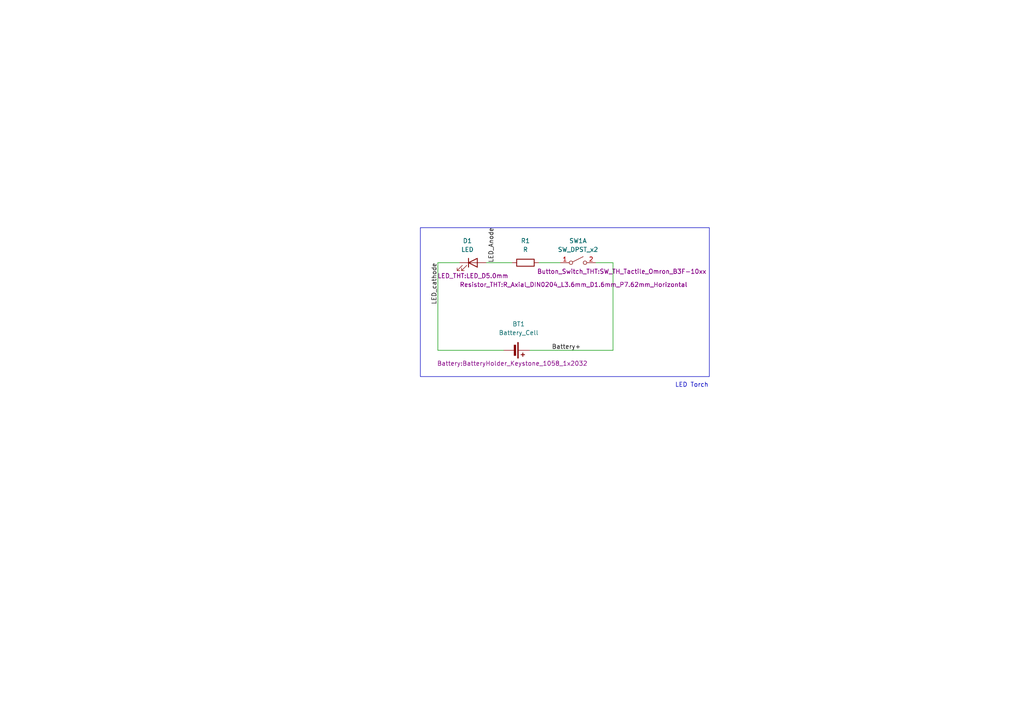
<source format=kicad_sch>
(kicad_sch (version 20250114) (generator "eeschema") (generator_version "9.0")
  (paper "A4")
  (title_block (title "Led Torch") (date "2025-04-22") (rev "1") (company "kjvivek.blog"))
  (lib_symbols
    (symbol "Device:Battery_Cell" (pin_numbers (hide yes)) (pin_names (offset 0) (hide yes))
      (property "Reference" "BT" (at 2.54 2.54 0))
      (property "Value" "Battery_Cell" (at 2.54 0 0))
      (symbol "Battery_Cell_0_1"
        (rectangle (start -2.286 1.778) (end 2.286 1.524) (fill (type outline)))
        (rectangle (start -1.524 1.016) (end 1.524 0.508) (fill (type outline)))
        (polyline (pts (xy 0 1.778) (xy 0 2.54)))
        (polyline (pts (xy 0 0.762) (xy 0 0)))
        (polyline (pts (xy 0.762 3.048) (xy 1.778 3.048)) (stroke (width 0.254)))
        (polyline (pts (xy 1.27 3.556) (xy 1.27 2.54)) (stroke (width 0.254)))
      )
      (symbol "Battery_Cell_1_1"
        (pin passive line (at 0 5.08 270) (length 2.54) (name "+") (number "1"))
        (pin passive line (at 0 -2.54 90) (length 2.54) (name "-") (number "2"))
      )
    )
    (symbol "Device:LED" (pin_numbers (hide yes)) (pin_names (offset 1.016) (hide yes))
      (property "Reference" "D" (at 0 2.54 0))
      (property "Value" "LED" (at 0 -2.54 0))
      (symbol "LED_0_1"
        (polyline (pts (xy -3.048 -0.762) (xy -4.572 -2.286) (xy -3.81 -2.286) (xy -4.572 -2.286) (xy -4.572 -1.524)))
        (polyline (pts (xy -1.778 -0.762) (xy -3.302 -2.286) (xy -2.54 -2.286) (xy -3.302 -2.286) (xy -3.302 -1.524)))
        (polyline (pts (xy -1.27 0) (xy 1.27 0)))
        (polyline (pts (xy -1.27 -1.27) (xy -1.27 1.27)) (stroke (width 0.254)))
        (polyline (pts (xy 1.27 -1.27) (xy 1.27 1.27) (xy -1.27 0) (xy 1.27 -1.27)) (stroke (width 0.254)))
      )
      (symbol "LED_1_1"
        (pin passive line (at -3.81 0 0) (length 2.54) (name "K") (number "1"))
        (pin passive line (at 3.81 0 180) (length 2.54) (name "A") (number "2"))
      )
    )
    (symbol "Device:R" (pin_numbers (hide yes)) (pin_names (offset 0))
      (property "Reference" "R" (at 2.032 0 90))
      (property "Value" "R" (at 0 0 90))
      (symbol "R_0_1"
        (rectangle (start -1.016 -2.54) (end 1.016 2.54) (stroke (width 0.254)))
      )
      (symbol "R_1_1"
        (pin passive line (at 0 3.81 270) (length 1.27) (name "~") (number "1"))
        (pin passive line (at 0 -3.81 90) (length 1.27) (name "~") (number "2"))
      )
    )
    (symbol "Switch:SW_DPST_x2" (pin_names (offset 0) (hide yes))
      (property "Reference" "SW" (at 0 3.175 0))
      (property "Value" "SW_DPST_x2" (at 0 -2.54 0))
      (symbol "SW_DPST_x2_0_0"
        (circle (center -2.032 0) (radius 0.508))
        (polyline (pts (xy -1.524 0.254) (xy 1.524 1.778)))
        (circle (center 2.032 0) (radius 0.508))
      )
      (symbol "SW_DPST_x2_1_1"
        (pin passive line (at -5.08 0 0) (length 2.54) (name "A") (number "1"))
        (pin passive line (at 5.08 0 180) (length 2.54) (name "B") (number "2"))
      )
      (symbol "SW_DPST_x2_2_1"
        (pin passive line (at -5.08 0 0) (length 2.54) (name "A") (number "3"))
        (pin passive line (at 5.08 0 180) (length 2.54) (name "B") (number "4"))
      )
    )
  )
  (rectangle (start 121.92 66.04) (end 205.74 109.22))
  (text "LED Torch" (at 200.66 111.76 0) (effects (font (size 1.27 1.27))))
  (wire (pts (xy 127 76.2) (xy 133.35 76.2)))
  (wire (pts (xy 177.8 101.6) (xy 153.67 101.6)))
  (wire (pts (xy 140.97 76.2) (xy 148.59 76.2)))
  (wire (pts (xy 127 101.6) (xy 146.05 101.6)))
  (wire (pts (xy 177.8 76.2) (xy 177.8 101.6)))
  (wire (pts (xy 127 76.2) (xy 127 101.6)))
  (wire (pts (xy 156.21 76.2) (xy 162.56 76.2)))
  (wire (pts (xy 177.8 76.2) (xy 172.72 76.2)))
  (label "LED_cathode" (at 127 76.2 270))
  (label "LED_Anode" (at 143.51 76.2 90))
  (label "Battery+" (at 160.02 101.6 0))
  (symbol (lib_id "Device:LED") (at 137.16 76.2 0) (unit 1)
    (property "Reference" "D1" (at 135.5725 69.85 0))
    (property "Value" "LED" (at 135.5725 72.39 0))
    (property "Footprint" "LED_THT:LED_D5.0mm" (at 137.16 80.01 0))
    (property "Description" "Light emitting diode" (effects (hide yes)))
    (property "Sim.Pins" "1=K 2=A" (effects (hide yes)))
  )
  (symbol (lib_id "Switch:SW_DPST_x2") (at 167.64 76.2 0) (unit 1)
    (property "Reference" "SW1" (at 167.64 69.85 0))
    (property "Value" "SW_DPST_x2" (at 167.64 72.39 0))
    (property "Footprint" "Button_Switch_THT:SW_TH_Tactile_Omron_B3F-10xx" (at 180.34 78.74 0))
    (property "Description" "Single Pole Single Throw (SPST) switch, separate symbol" (effects (hide yes)))
  )
  (symbol (lib_id "Device:Battery_Cell") (at 148.59 101.6 270) (unit 1)
    (property "Reference" "BT1" (at 150.4315 93.98 90))
    (property "Value" "Battery_Cell" (at 150.4315 96.52 90))
    (property "Footprint" "Battery:BatteryHolder_Keystone_1058_1x2032" (at 148.59 105.41 90))
    (property "Description" "Single-cell battery" (effects (hide yes)))
  )
  (symbol (lib_id "Device:R") (at 152.4 76.2 90) (unit 1)
    (property "Reference" "R1" (at 152.4 69.85 90))
    (property "Value" "R" (at 152.4 72.39 90))
    (property "Footprint" "Resistor_THT:R_Axial_DIN0204_L3.6mm_D1.6mm_P7.62mm_Horizontal" (at 166.37 82.55 90))
    (property "Description" "Resistor" (effects (hide yes)))
  )
)
</source>
